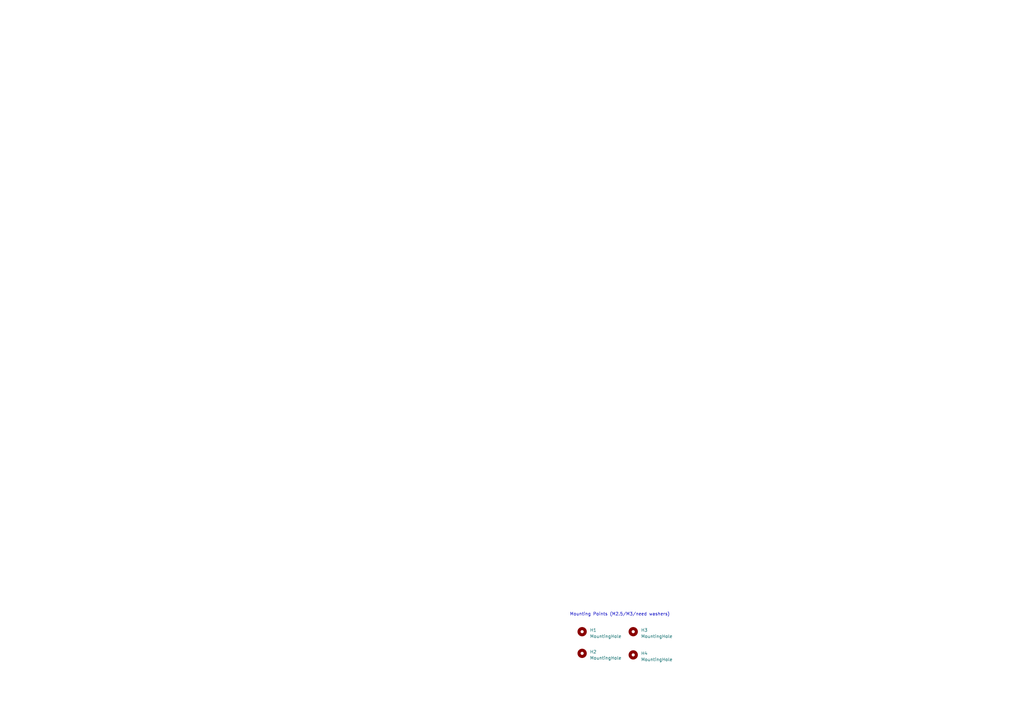
<source format=kicad_sch>
(kicad_sch (version 20230121) (generator eeschema)
  (paper "A3")
  (title_block (title "Team Segment Timer") (date "2023-05-06") (rev "0.1b") (company "Garden State Combat Robotics League"))
  (lib_symbols
    (symbol "Mechanical:MountingHole" (pin_names (offset 1.016))
      (property "Reference" "H" (at 0 5.08 0))
      (property "Value" "MountingHole" (at 0 3.175 0))
      (symbol "MountingHole_0_1"
        (circle (center 0 0) (radius 1.27) (stroke (width 1.27)))
      )
    )
  )
  (text "Mounting Points (M2.5/M3/need washers)" (at 233.68 252.73 0) (effects (font (size 1.27 1.27)) (justify left bottom)))
  (symbol (lib_id "Mechanical:MountingHole") (at 259.715 259.08 0) (unit 1)
    (property "Reference" "H3" (at 262.89 258.445 0) (effects (justify left)))
    (property "Value" "MountingHole" (at 262.89 260.985 0) (effects (justify left)))
    (property "Footprint" "MountingHole:MountingHole_3.2mm_M3" (effects hide))
  )
  (symbol (lib_id "Mechanical:MountingHole") (at 238.76 267.97 0) (unit 1)
    (property "Reference" "H2" (at 241.935 267.335 0) (effects (justify left)))
    (property "Value" "MountingHole" (at 241.935 269.875 0) (effects (justify left)))
    (property "Footprint" "MountingHole:MountingHole_3.2mm_M3" (effects hide))
  )
  (symbol (lib_id "Mechanical:MountingHole") (at 238.76 259.08 0) (unit 1)
    (property "Reference" "H1" (at 241.935 258.445 0) (effects (justify left)))
    (property "Value" "MountingHole" (at 241.935 260.985 0) (effects (justify left)))
    (property "Footprint" "MountingHole:MountingHole_3.2mm_M3" (effects hide))
  )
  (symbol (lib_id "Mechanical:MountingHole") (at 259.715 268.605 0) (unit 1)
    (property "Reference" "H4" (at 262.89 267.97 0) (effects (justify left)))
    (property "Value" "MountingHole" (at 262.89 270.51 0) (effects (justify left)))
    (property "Footprint" "MountingHole:MountingHole_3.2mm_M3" (effects hide))
  )
)
</source>
